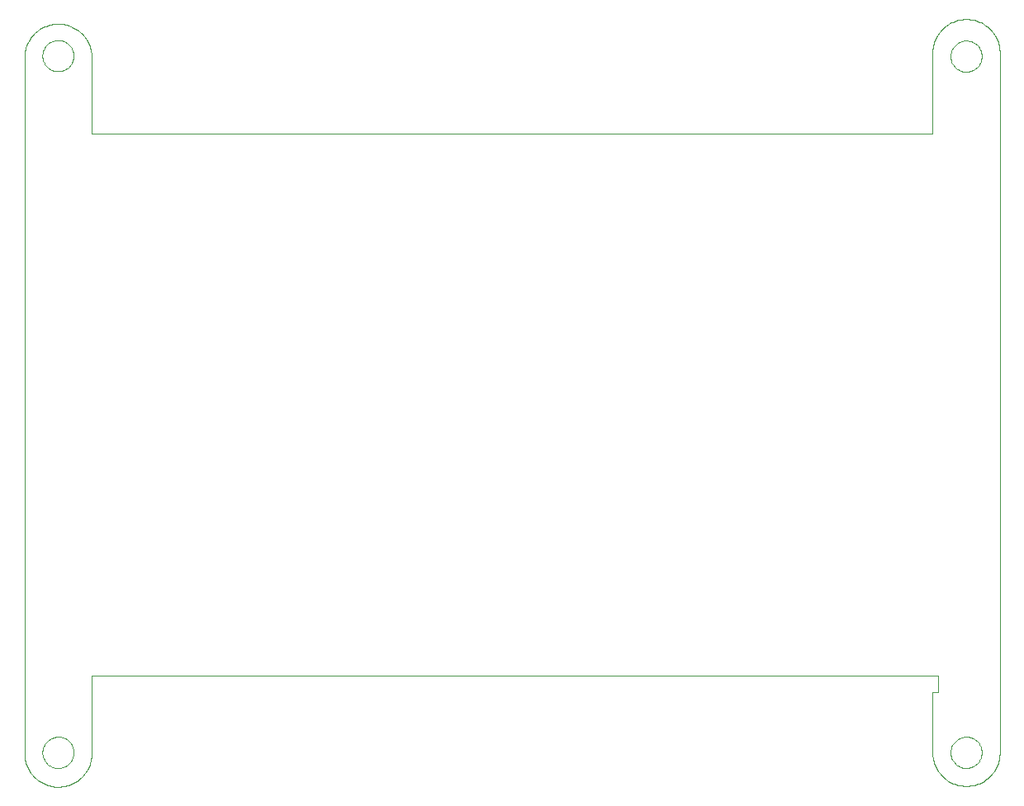
<source format=gbp>
G75*
G70*
%OFA0B0*%
%FSLAX24Y24*%
%IPPOS*%
%LPD*%
%AMOC8*
5,1,8,0,0,1.08239X$1,22.5*
%
%ADD10C,0.0000*%
D10*
X000504Y001489D02*
X000504Y029619D01*
X001232Y029639D02*
X001234Y029689D01*
X001240Y029739D01*
X001250Y029788D01*
X001264Y029836D01*
X001281Y029883D01*
X001302Y029928D01*
X001327Y029972D01*
X001355Y030013D01*
X001387Y030052D01*
X001421Y030089D01*
X001458Y030123D01*
X001498Y030153D01*
X001540Y030180D01*
X001584Y030204D01*
X001630Y030225D01*
X001677Y030241D01*
X001725Y030254D01*
X001775Y030263D01*
X001824Y030268D01*
X001875Y030269D01*
X001925Y030266D01*
X001974Y030259D01*
X002023Y030248D01*
X002071Y030233D01*
X002117Y030215D01*
X002162Y030193D01*
X002205Y030167D01*
X002246Y030138D01*
X002285Y030106D01*
X002321Y030071D01*
X002353Y030033D01*
X002383Y029993D01*
X002410Y029950D01*
X002433Y029906D01*
X002452Y029860D01*
X002468Y029812D01*
X002480Y029763D01*
X002488Y029714D01*
X002492Y029664D01*
X002492Y029614D01*
X002488Y029564D01*
X002480Y029515D01*
X002468Y029466D01*
X002452Y029418D01*
X002433Y029372D01*
X002410Y029328D01*
X002383Y029285D01*
X002353Y029245D01*
X002321Y029207D01*
X002285Y029172D01*
X002246Y029140D01*
X002205Y029111D01*
X002162Y029085D01*
X002117Y029063D01*
X002071Y029045D01*
X002023Y029030D01*
X001974Y029019D01*
X001925Y029012D01*
X001875Y029009D01*
X001824Y029010D01*
X001775Y029015D01*
X001725Y029024D01*
X001677Y029037D01*
X001630Y029053D01*
X001584Y029074D01*
X001540Y029098D01*
X001498Y029125D01*
X001458Y029155D01*
X001421Y029189D01*
X001387Y029226D01*
X001355Y029265D01*
X001327Y029306D01*
X001302Y029350D01*
X001281Y029395D01*
X001264Y029442D01*
X001250Y029490D01*
X001240Y029539D01*
X001234Y029589D01*
X001232Y029639D01*
X000504Y029619D02*
X000508Y029691D01*
X000517Y029763D01*
X000529Y029835D01*
X000545Y029905D01*
X000565Y029975D01*
X000588Y030043D01*
X000615Y030110D01*
X000646Y030176D01*
X000680Y030240D01*
X000717Y030302D01*
X000757Y030362D01*
X000801Y030419D01*
X000848Y030475D01*
X000897Y030527D01*
X000950Y030577D01*
X001005Y030624D01*
X001062Y030669D01*
X001122Y030710D01*
X001183Y030747D01*
X001247Y030782D01*
X001312Y030813D01*
X001379Y030840D01*
X001448Y030864D01*
X001517Y030884D01*
X001587Y030901D01*
X001659Y030914D01*
X001731Y030923D01*
X001803Y030928D01*
X001875Y030929D01*
X001947Y030926D01*
X002019Y030920D01*
X002091Y030910D01*
X002162Y030895D01*
X002232Y030878D01*
X002301Y030856D01*
X002369Y030831D01*
X002435Y030802D01*
X002500Y030770D01*
X002563Y030734D01*
X002624Y030695D01*
X002683Y030653D01*
X002739Y030608D01*
X002793Y030560D01*
X002845Y030509D01*
X002893Y030455D01*
X002939Y030399D01*
X002982Y030340D01*
X003021Y030280D01*
X003057Y030217D01*
X003090Y030153D01*
X003119Y030086D01*
X003145Y030019D01*
X003167Y029950D01*
X003185Y029880D01*
X003200Y029809D01*
X003211Y029737D01*
X003218Y029665D01*
X003221Y029593D01*
X003220Y029521D01*
X003220Y026489D01*
X037157Y026489D01*
X037157Y029757D01*
X037158Y029757D02*
X037160Y029829D01*
X037166Y029901D01*
X037175Y029973D01*
X037189Y030044D01*
X037206Y030114D01*
X037227Y030184D01*
X037251Y030252D01*
X037279Y030318D01*
X037311Y030383D01*
X037346Y030446D01*
X037384Y030508D01*
X037426Y030567D01*
X037471Y030624D01*
X037518Y030678D01*
X037569Y030730D01*
X037622Y030779D01*
X037677Y030825D01*
X037735Y030868D01*
X037796Y030908D01*
X037858Y030945D01*
X037922Y030978D01*
X037988Y031008D01*
X038055Y031034D01*
X038124Y031057D01*
X038194Y031076D01*
X038264Y031091D01*
X038336Y031103D01*
X038408Y031111D01*
X038480Y031115D01*
X038552Y031115D01*
X038624Y031111D01*
X038696Y031103D01*
X038768Y031091D01*
X038838Y031076D01*
X038908Y031057D01*
X038977Y031034D01*
X039044Y031008D01*
X039110Y030978D01*
X039174Y030945D01*
X039236Y030908D01*
X039297Y030868D01*
X039355Y030825D01*
X039410Y030779D01*
X039463Y030730D01*
X039514Y030678D01*
X039561Y030624D01*
X039606Y030567D01*
X039648Y030508D01*
X039686Y030446D01*
X039721Y030383D01*
X039753Y030318D01*
X039781Y030252D01*
X039805Y030184D01*
X039826Y030114D01*
X039843Y030044D01*
X039857Y029973D01*
X039866Y029901D01*
X039872Y029829D01*
X039874Y029757D01*
X039874Y001489D01*
X039872Y001417D01*
X039866Y001345D01*
X039857Y001273D01*
X039843Y001202D01*
X039826Y001132D01*
X039805Y001062D01*
X039781Y000994D01*
X039753Y000928D01*
X039721Y000863D01*
X039686Y000800D01*
X039648Y000738D01*
X039606Y000679D01*
X039561Y000622D01*
X039514Y000568D01*
X039463Y000516D01*
X039410Y000467D01*
X039355Y000421D01*
X039297Y000378D01*
X039236Y000338D01*
X039174Y000301D01*
X039110Y000268D01*
X039044Y000238D01*
X038977Y000212D01*
X038908Y000189D01*
X038838Y000170D01*
X038768Y000155D01*
X038696Y000143D01*
X038624Y000135D01*
X038552Y000131D01*
X038480Y000131D01*
X038408Y000135D01*
X038336Y000143D01*
X038264Y000155D01*
X038194Y000170D01*
X038124Y000189D01*
X038055Y000212D01*
X037988Y000238D01*
X037922Y000268D01*
X037858Y000301D01*
X037796Y000338D01*
X037735Y000378D01*
X037677Y000421D01*
X037622Y000467D01*
X037569Y000516D01*
X037518Y000568D01*
X037471Y000622D01*
X037426Y000679D01*
X037384Y000738D01*
X037346Y000800D01*
X037311Y000863D01*
X037279Y000928D01*
X037251Y000994D01*
X037227Y001062D01*
X037206Y001132D01*
X037189Y001202D01*
X037175Y001273D01*
X037166Y001345D01*
X037160Y001417D01*
X037158Y001489D01*
X037157Y001489D02*
X037157Y003911D01*
X037394Y003911D01*
X037394Y004600D01*
X003220Y004600D01*
X003220Y001430D01*
X003221Y001430D02*
X003217Y001358D01*
X003210Y001286D01*
X003199Y001215D01*
X003184Y001144D01*
X003165Y001074D01*
X003143Y001005D01*
X003117Y000938D01*
X003087Y000872D01*
X003054Y000807D01*
X003018Y000745D01*
X002978Y000684D01*
X002935Y000626D01*
X002889Y000570D01*
X002840Y000517D01*
X002789Y000466D01*
X002734Y000418D01*
X002678Y000373D01*
X002619Y000331D01*
X002558Y000293D01*
X002495Y000257D01*
X002430Y000225D01*
X002363Y000197D01*
X002295Y000172D01*
X002226Y000151D01*
X002156Y000133D01*
X002085Y000119D01*
X002013Y000109D01*
X001941Y000103D01*
X001869Y000101D01*
X001796Y000103D01*
X001724Y000108D01*
X001652Y000117D01*
X001581Y000130D01*
X001511Y000147D01*
X001441Y000168D01*
X001373Y000192D01*
X001307Y000220D01*
X001241Y000251D01*
X001178Y000286D01*
X001116Y000324D01*
X001057Y000365D01*
X001000Y000410D01*
X000945Y000457D01*
X000893Y000507D01*
X000844Y000560D01*
X000797Y000616D01*
X000754Y000673D01*
X000713Y000734D01*
X000676Y000796D01*
X000643Y000860D01*
X000613Y000925D01*
X000586Y000993D01*
X000563Y001061D01*
X000543Y001131D01*
X000528Y001202D01*
X000516Y001273D01*
X000508Y001345D01*
X000504Y001417D01*
X000503Y001490D01*
X001232Y001489D02*
X001234Y001539D01*
X001240Y001589D01*
X001250Y001638D01*
X001264Y001686D01*
X001281Y001733D01*
X001302Y001778D01*
X001327Y001822D01*
X001355Y001863D01*
X001387Y001902D01*
X001421Y001939D01*
X001458Y001973D01*
X001498Y002003D01*
X001540Y002030D01*
X001584Y002054D01*
X001630Y002075D01*
X001677Y002091D01*
X001725Y002104D01*
X001775Y002113D01*
X001824Y002118D01*
X001875Y002119D01*
X001925Y002116D01*
X001974Y002109D01*
X002023Y002098D01*
X002071Y002083D01*
X002117Y002065D01*
X002162Y002043D01*
X002205Y002017D01*
X002246Y001988D01*
X002285Y001956D01*
X002321Y001921D01*
X002353Y001883D01*
X002383Y001843D01*
X002410Y001800D01*
X002433Y001756D01*
X002452Y001710D01*
X002468Y001662D01*
X002480Y001613D01*
X002488Y001564D01*
X002492Y001514D01*
X002492Y001464D01*
X002488Y001414D01*
X002480Y001365D01*
X002468Y001316D01*
X002452Y001268D01*
X002433Y001222D01*
X002410Y001178D01*
X002383Y001135D01*
X002353Y001095D01*
X002321Y001057D01*
X002285Y001022D01*
X002246Y000990D01*
X002205Y000961D01*
X002162Y000935D01*
X002117Y000913D01*
X002071Y000895D01*
X002023Y000880D01*
X001974Y000869D01*
X001925Y000862D01*
X001875Y000859D01*
X001824Y000860D01*
X001775Y000865D01*
X001725Y000874D01*
X001677Y000887D01*
X001630Y000903D01*
X001584Y000924D01*
X001540Y000948D01*
X001498Y000975D01*
X001458Y001005D01*
X001421Y001039D01*
X001387Y001076D01*
X001355Y001115D01*
X001327Y001156D01*
X001302Y001200D01*
X001281Y001245D01*
X001264Y001292D01*
X001250Y001340D01*
X001240Y001389D01*
X001234Y001439D01*
X001232Y001489D01*
X037886Y001489D02*
X037888Y001539D01*
X037894Y001589D01*
X037904Y001638D01*
X037918Y001686D01*
X037935Y001733D01*
X037956Y001778D01*
X037981Y001822D01*
X038009Y001863D01*
X038041Y001902D01*
X038075Y001939D01*
X038112Y001973D01*
X038152Y002003D01*
X038194Y002030D01*
X038238Y002054D01*
X038284Y002075D01*
X038331Y002091D01*
X038379Y002104D01*
X038429Y002113D01*
X038478Y002118D01*
X038529Y002119D01*
X038579Y002116D01*
X038628Y002109D01*
X038677Y002098D01*
X038725Y002083D01*
X038771Y002065D01*
X038816Y002043D01*
X038859Y002017D01*
X038900Y001988D01*
X038939Y001956D01*
X038975Y001921D01*
X039007Y001883D01*
X039037Y001843D01*
X039064Y001800D01*
X039087Y001756D01*
X039106Y001710D01*
X039122Y001662D01*
X039134Y001613D01*
X039142Y001564D01*
X039146Y001514D01*
X039146Y001464D01*
X039142Y001414D01*
X039134Y001365D01*
X039122Y001316D01*
X039106Y001268D01*
X039087Y001222D01*
X039064Y001178D01*
X039037Y001135D01*
X039007Y001095D01*
X038975Y001057D01*
X038939Y001022D01*
X038900Y000990D01*
X038859Y000961D01*
X038816Y000935D01*
X038771Y000913D01*
X038725Y000895D01*
X038677Y000880D01*
X038628Y000869D01*
X038579Y000862D01*
X038529Y000859D01*
X038478Y000860D01*
X038429Y000865D01*
X038379Y000874D01*
X038331Y000887D01*
X038284Y000903D01*
X038238Y000924D01*
X038194Y000948D01*
X038152Y000975D01*
X038112Y001005D01*
X038075Y001039D01*
X038041Y001076D01*
X038009Y001115D01*
X037981Y001156D01*
X037956Y001200D01*
X037935Y001245D01*
X037918Y001292D01*
X037904Y001340D01*
X037894Y001389D01*
X037888Y001439D01*
X037886Y001489D01*
X037886Y029619D02*
X037888Y029669D01*
X037894Y029719D01*
X037904Y029768D01*
X037918Y029816D01*
X037935Y029863D01*
X037956Y029908D01*
X037981Y029952D01*
X038009Y029993D01*
X038041Y030032D01*
X038075Y030069D01*
X038112Y030103D01*
X038152Y030133D01*
X038194Y030160D01*
X038238Y030184D01*
X038284Y030205D01*
X038331Y030221D01*
X038379Y030234D01*
X038429Y030243D01*
X038478Y030248D01*
X038529Y030249D01*
X038579Y030246D01*
X038628Y030239D01*
X038677Y030228D01*
X038725Y030213D01*
X038771Y030195D01*
X038816Y030173D01*
X038859Y030147D01*
X038900Y030118D01*
X038939Y030086D01*
X038975Y030051D01*
X039007Y030013D01*
X039037Y029973D01*
X039064Y029930D01*
X039087Y029886D01*
X039106Y029840D01*
X039122Y029792D01*
X039134Y029743D01*
X039142Y029694D01*
X039146Y029644D01*
X039146Y029594D01*
X039142Y029544D01*
X039134Y029495D01*
X039122Y029446D01*
X039106Y029398D01*
X039087Y029352D01*
X039064Y029308D01*
X039037Y029265D01*
X039007Y029225D01*
X038975Y029187D01*
X038939Y029152D01*
X038900Y029120D01*
X038859Y029091D01*
X038816Y029065D01*
X038771Y029043D01*
X038725Y029025D01*
X038677Y029010D01*
X038628Y028999D01*
X038579Y028992D01*
X038529Y028989D01*
X038478Y028990D01*
X038429Y028995D01*
X038379Y029004D01*
X038331Y029017D01*
X038284Y029033D01*
X038238Y029054D01*
X038194Y029078D01*
X038152Y029105D01*
X038112Y029135D01*
X038075Y029169D01*
X038041Y029206D01*
X038009Y029245D01*
X037981Y029286D01*
X037956Y029330D01*
X037935Y029375D01*
X037918Y029422D01*
X037904Y029470D01*
X037894Y029519D01*
X037888Y029569D01*
X037886Y029619D01*
M02*

</source>
